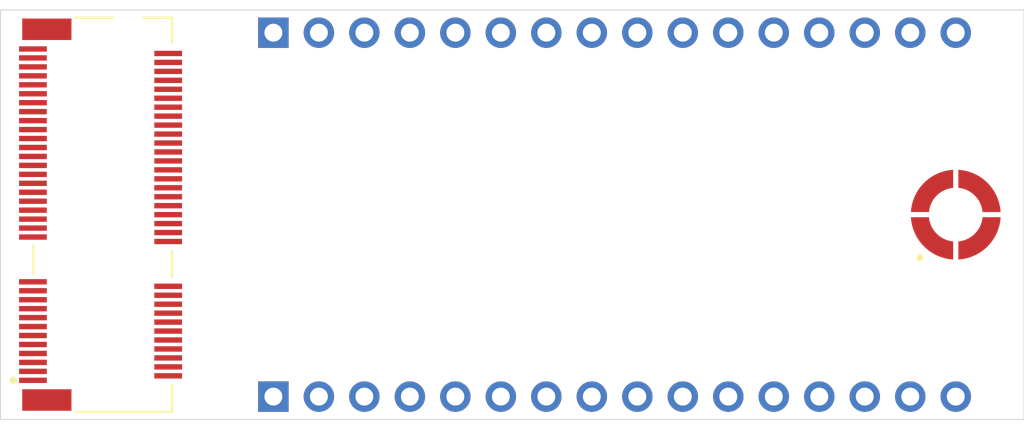
<source format=kicad_pcb>
(kicad_pcb (version 20171130) (host pcbnew 5.1.7-a382d34a8~88~ubuntu18.04.1)

  (general
    (thickness 1.6)
    (drawings 5)
    (tracks 0)
    (zones 0)
    (modules 4)
    (nets 102)
  )

  (page A4)
  (layers
    (0 F.Cu signal)
    (31 B.Cu signal)
    (32 B.Adhes user hide)
    (33 F.Adhes user hide)
    (34 B.Paste user hide)
    (35 F.Paste user hide)
    (36 B.SilkS user)
    (37 F.SilkS user)
    (38 B.Mask user hide)
    (39 F.Mask user hide)
    (40 Dwgs.User user hide)
    (41 Cmts.User user hide)
    (42 Eco1.User user hide)
    (43 Eco2.User user hide)
    (44 Edge.Cuts user)
    (45 Margin user hide)
    (46 B.CrtYd user hide)
    (47 F.CrtYd user hide)
    (48 B.Fab user hide)
    (49 F.Fab user hide)
  )

  (setup
    (last_trace_width 0.25)
    (trace_clearance 0.2)
    (zone_clearance 0.508)
    (zone_45_only no)
    (trace_min 0.2)
    (via_size 0.8)
    (via_drill 0.4)
    (via_min_size 0.4)
    (via_min_drill 0.3)
    (uvia_size 0.3)
    (uvia_drill 0.1)
    (uvias_allowed no)
    (uvia_min_size 0.2)
    (uvia_min_drill 0.1)
    (edge_width 0.05)
    (segment_width 0.2)
    (pcb_text_width 0.3)
    (pcb_text_size 1.5 1.5)
    (mod_edge_width 0.12)
    (mod_text_size 1 1)
    (mod_text_width 0.15)
    (pad_size 1.6 1.6)
    (pad_drill 1.6)
    (pad_to_mask_clearance 0)
    (aux_axis_origin 0 0)
    (grid_origin 100 100)
    (visible_elements FFFFFF7F)
    (pcbplotparams
      (layerselection 0x010fc_ffffffff)
      (usegerberextensions false)
      (usegerberattributes true)
      (usegerberadvancedattributes true)
      (creategerberjobfile true)
      (excludeedgelayer true)
      (linewidth 0.100000)
      (plotframeref false)
      (viasonmask false)
      (mode 1)
      (useauxorigin false)
      (hpglpennumber 1)
      (hpglpenspeed 20)
      (hpglpendiameter 15.000000)
      (psnegative false)
      (psa4output false)
      (plotreference true)
      (plotvalue true)
      (plotinvisibletext false)
      (padsonsilk false)
      (subtractmaskfromsilk false)
      (outputformat 1)
      (mirror false)
      (drillshape 1)
      (scaleselection 1)
      (outputdirectory ""))
  )

  (net 0 "")
  (net 1 "Net-(J1-Pad75)")
  (net 2 "Net-(J1-Pad74)")
  (net 3 "Net-(J1-Pad73)")
  (net 4 "Net-(J1-Pad72)")
  (net 5 "Net-(J1-Pad71)")
  (net 6 "Net-(J1-Pad70)")
  (net 7 "Net-(J1-Pad69)")
  (net 8 "Net-(J1-Pad68)")
  (net 9 "Net-(J1-Pad67)")
  (net 10 "Net-(J1-Pad66)")
  (net 11 "Net-(J1-Pad65)")
  (net 12 "Net-(J1-Pad64)")
  (net 13 "Net-(J1-Pad63)")
  (net 14 "Net-(J1-Pad62)")
  (net 15 "Net-(J1-Pad61)")
  (net 16 "Net-(J1-Pad60)")
  (net 17 "Net-(J1-Pad59)")
  (net 18 "Net-(J1-Pad58)")
  (net 19 "Net-(J1-Pad57)")
  (net 20 "Net-(J1-Pad56)")
  (net 21 "Net-(J1-Pad55)")
  (net 22 "Net-(J1-Pad54)")
  (net 23 "Net-(J1-Pad53)")
  (net 24 "Net-(J1-Pad52)")
  (net 25 "Net-(J1-Pad51)")
  (net 26 "Net-(J1-Pad50)")
  (net 27 "Net-(J1-Pad49)")
  (net 28 "Net-(J1-Pad48)")
  (net 29 "Net-(J1-Pad47)")
  (net 30 "Net-(J1-Pad46)")
  (net 31 "Net-(J1-Pad45)")
  (net 32 "Net-(J1-Pad44)")
  (net 33 "Net-(J1-Pad43)")
  (net 34 "Net-(J1-Pad42)")
  (net 35 "Net-(J1-Pad41)")
  (net 36 "Net-(J1-Pad40)")
  (net 37 "Net-(J1-Pad39)")
  (net 38 "Net-(J1-Pad38)")
  (net 39 "Net-(J1-Pad37)")
  (net 40 "Net-(J1-Pad36)")
  (net 41 "Net-(J1-Pad35)")
  (net 42 "Net-(J1-Pad34)")
  (net 43 "Net-(J1-Pad33)")
  (net 44 "Net-(J1-Pad32)")
  (net 45 "Net-(J1-Pad23)")
  (net 46 "Net-(J1-Pad22)")
  (net 47 "Net-(J1-Pad21)")
  (net 48 "Net-(J1-Pad20)")
  (net 49 "Net-(J1-Pad19)")
  (net 50 "Net-(J1-Pad18)")
  (net 51 "Net-(J1-Pad17)")
  (net 52 "Net-(J1-Pad16)")
  (net 53 "Net-(J1-Pad15)")
  (net 54 "Net-(J1-Pad14)")
  (net 55 "Net-(J1-PadS1)")
  (net 56 "Net-(J1-Pad13)")
  (net 57 "Net-(J1-Pad11)")
  (net 58 "Net-(J1-Pad9)")
  (net 59 "Net-(J1-Pad7)")
  (net 60 "Net-(J1-Pad5)")
  (net 61 "Net-(J1-Pad3)")
  (net 62 "Net-(J1-Pad1)")
  (net 63 "Net-(J1-Pad2)")
  (net 64 "Net-(J1-Pad4)")
  (net 65 "Net-(J1-Pad6)")
  (net 66 "Net-(J1-Pad8)")
  (net 67 "Net-(J1-Pad10)")
  (net 68 "Net-(J1-Pad12)")
  (net 69 "Net-(J2-Pad16)")
  (net 70 "Net-(J2-Pad15)")
  (net 71 "Net-(J2-Pad14)")
  (net 72 "Net-(J2-Pad13)")
  (net 73 "Net-(J2-Pad12)")
  (net 74 "Net-(J2-Pad11)")
  (net 75 "Net-(J2-Pad10)")
  (net 76 "Net-(J2-Pad9)")
  (net 77 "Net-(J2-Pad8)")
  (net 78 "Net-(J2-Pad7)")
  (net 79 "Net-(J2-Pad6)")
  (net 80 "Net-(J2-Pad5)")
  (net 81 "Net-(J2-Pad4)")
  (net 82 "Net-(J2-Pad3)")
  (net 83 "Net-(J2-Pad2)")
  (net 84 "Net-(J2-Pad1)")
  (net 85 "Net-(J3-Pad16)")
  (net 86 "Net-(J3-Pad15)")
  (net 87 "Net-(J3-Pad14)")
  (net 88 "Net-(J3-Pad13)")
  (net 89 "Net-(J3-Pad12)")
  (net 90 "Net-(J3-Pad11)")
  (net 91 "Net-(J3-Pad10)")
  (net 92 "Net-(J3-Pad9)")
  (net 93 "Net-(J3-Pad8)")
  (net 94 "Net-(J3-Pad7)")
  (net 95 "Net-(J3-Pad6)")
  (net 96 "Net-(J3-Pad5)")
  (net 97 "Net-(J3-Pad4)")
  (net 98 "Net-(J3-Pad3)")
  (net 99 "Net-(J3-Pad2)")
  (net 100 "Net-(J3-Pad1)")
  (net 101 "Net-(MP1-Pad1)")

  (net_class Default "This is the default net class."
    (clearance 0.2)
    (trace_width 0.25)
    (via_dia 0.8)
    (via_drill 0.4)
    (uvia_dia 0.3)
    (uvia_drill 0.1)
    (add_net "Net-(J1-Pad1)")
    (add_net "Net-(J1-Pad10)")
    (add_net "Net-(J1-Pad11)")
    (add_net "Net-(J1-Pad12)")
    (add_net "Net-(J1-Pad13)")
    (add_net "Net-(J1-Pad14)")
    (add_net "Net-(J1-Pad15)")
    (add_net "Net-(J1-Pad16)")
    (add_net "Net-(J1-Pad17)")
    (add_net "Net-(J1-Pad18)")
    (add_net "Net-(J1-Pad19)")
    (add_net "Net-(J1-Pad2)")
    (add_net "Net-(J1-Pad20)")
    (add_net "Net-(J1-Pad21)")
    (add_net "Net-(J1-Pad22)")
    (add_net "Net-(J1-Pad23)")
    (add_net "Net-(J1-Pad3)")
    (add_net "Net-(J1-Pad32)")
    (add_net "Net-(J1-Pad33)")
    (add_net "Net-(J1-Pad34)")
    (add_net "Net-(J1-Pad35)")
    (add_net "Net-(J1-Pad36)")
    (add_net "Net-(J1-Pad37)")
    (add_net "Net-(J1-Pad38)")
    (add_net "Net-(J1-Pad39)")
    (add_net "Net-(J1-Pad4)")
    (add_net "Net-(J1-Pad40)")
    (add_net "Net-(J1-Pad41)")
    (add_net "Net-(J1-Pad42)")
    (add_net "Net-(J1-Pad43)")
    (add_net "Net-(J1-Pad44)")
    (add_net "Net-(J1-Pad45)")
    (add_net "Net-(J1-Pad46)")
    (add_net "Net-(J1-Pad47)")
    (add_net "Net-(J1-Pad48)")
    (add_net "Net-(J1-Pad49)")
    (add_net "Net-(J1-Pad5)")
    (add_net "Net-(J1-Pad50)")
    (add_net "Net-(J1-Pad51)")
    (add_net "Net-(J1-Pad52)")
    (add_net "Net-(J1-Pad53)")
    (add_net "Net-(J1-Pad54)")
    (add_net "Net-(J1-Pad55)")
    (add_net "Net-(J1-Pad56)")
    (add_net "Net-(J1-Pad57)")
    (add_net "Net-(J1-Pad58)")
    (add_net "Net-(J1-Pad59)")
    (add_net "Net-(J1-Pad6)")
    (add_net "Net-(J1-Pad60)")
    (add_net "Net-(J1-Pad61)")
    (add_net "Net-(J1-Pad62)")
    (add_net "Net-(J1-Pad63)")
    (add_net "Net-(J1-Pad64)")
    (add_net "Net-(J1-Pad65)")
    (add_net "Net-(J1-Pad66)")
    (add_net "Net-(J1-Pad67)")
    (add_net "Net-(J1-Pad68)")
    (add_net "Net-(J1-Pad69)")
    (add_net "Net-(J1-Pad7)")
    (add_net "Net-(J1-Pad70)")
    (add_net "Net-(J1-Pad71)")
    (add_net "Net-(J1-Pad72)")
    (add_net "Net-(J1-Pad73)")
    (add_net "Net-(J1-Pad74)")
    (add_net "Net-(J1-Pad75)")
    (add_net "Net-(J1-Pad8)")
    (add_net "Net-(J1-Pad9)")
    (add_net "Net-(J1-PadS1)")
    (add_net "Net-(J2-Pad1)")
    (add_net "Net-(J2-Pad10)")
    (add_net "Net-(J2-Pad11)")
    (add_net "Net-(J2-Pad12)")
    (add_net "Net-(J2-Pad13)")
    (add_net "Net-(J2-Pad14)")
    (add_net "Net-(J2-Pad15)")
    (add_net "Net-(J2-Pad16)")
    (add_net "Net-(J2-Pad2)")
    (add_net "Net-(J2-Pad3)")
    (add_net "Net-(J2-Pad4)")
    (add_net "Net-(J2-Pad5)")
    (add_net "Net-(J2-Pad6)")
    (add_net "Net-(J2-Pad7)")
    (add_net "Net-(J2-Pad8)")
    (add_net "Net-(J2-Pad9)")
    (add_net "Net-(J3-Pad1)")
    (add_net "Net-(J3-Pad10)")
    (add_net "Net-(J3-Pad11)")
    (add_net "Net-(J3-Pad12)")
    (add_net "Net-(J3-Pad13)")
    (add_net "Net-(J3-Pad14)")
    (add_net "Net-(J3-Pad15)")
    (add_net "Net-(J3-Pad16)")
    (add_net "Net-(J3-Pad2)")
    (add_net "Net-(J3-Pad3)")
    (add_net "Net-(J3-Pad4)")
    (add_net "Net-(J3-Pad5)")
    (add_net "Net-(J3-Pad6)")
    (add_net "Net-(J3-Pad7)")
    (add_net "Net-(J3-Pad8)")
    (add_net "Net-(J3-Pad9)")
    (add_net "Net-(MP1-Pad1)")
  )

  (module Connector_PinHeader_2.54mm:PinHeader_1x16_P2.54mm_Vertical (layer B.Cu) (tedit 60046A47) (tstamp 6004C6FF)
    (at 61.9 110.16 270)
    (descr "Through hole straight pin header, 1x16, 2.54mm pitch, single row")
    (tags "Through hole pin header THT 1x16 2.54mm single row")
    (path /600545A0)
    (fp_text reference J3 (at 0 2.33 270) (layer B.SilkS) hide
      (effects (font (size 1 1) (thickness 0.15)) (justify mirror))
    )
    (fp_text value Conn_01x16_Female (at 0 -40.43 270) (layer B.Fab)
      (effects (font (size 1 1) (thickness 0.15)) (justify mirror))
    )
    (fp_text user %R (at 0 -19.05 180) (layer B.Fab)
      (effects (font (size 1 1) (thickness 0.15)) (justify mirror))
    )
    (fp_line (start -0.635 1.27) (end 1.27 1.27) (layer B.Fab) (width 0.1))
    (fp_line (start 1.27 1.27) (end 1.27 -39.37) (layer B.Fab) (width 0.1))
    (fp_line (start 1.27 -39.37) (end -1.27 -39.37) (layer B.Fab) (width 0.1))
    (fp_line (start -1.27 -39.37) (end -1.27 0.635) (layer B.Fab) (width 0.1))
    (fp_line (start -1.27 0.635) (end -0.635 1.27) (layer B.Fab) (width 0.1))
    (fp_line (start -1.8 1.8) (end -1.8 -39.9) (layer B.CrtYd) (width 0.05))
    (fp_line (start -1.8 -39.9) (end 1.8 -39.9) (layer B.CrtYd) (width 0.05))
    (fp_line (start 1.8 -39.9) (end 1.8 1.8) (layer B.CrtYd) (width 0.05))
    (fp_line (start 1.8 1.8) (end -1.8 1.8) (layer B.CrtYd) (width 0.05))
    (pad 16 thru_hole oval (at 0 -38.1 270) (size 1.7 1.7) (drill 1) (layers *.Cu *.Mask)
      (net 85 "Net-(J3-Pad16)"))
    (pad 15 thru_hole oval (at 0 -35.56 270) (size 1.7 1.7) (drill 1) (layers *.Cu *.Mask)
      (net 86 "Net-(J3-Pad15)"))
    (pad 14 thru_hole oval (at 0 -33.02 270) (size 1.7 1.7) (drill 1) (layers *.Cu *.Mask)
      (net 87 "Net-(J3-Pad14)"))
    (pad 13 thru_hole oval (at 0 -30.48 270) (size 1.7 1.7) (drill 1) (layers *.Cu *.Mask)
      (net 88 "Net-(J3-Pad13)"))
    (pad 12 thru_hole oval (at 0 -27.94 270) (size 1.7 1.7) (drill 1) (layers *.Cu *.Mask)
      (net 89 "Net-(J3-Pad12)"))
    (pad 11 thru_hole oval (at 0 -25.4 270) (size 1.7 1.7) (drill 1) (layers *.Cu *.Mask)
      (net 90 "Net-(J3-Pad11)"))
    (pad 10 thru_hole oval (at 0 -22.86 270) (size 1.7 1.7) (drill 1) (layers *.Cu *.Mask)
      (net 91 "Net-(J3-Pad10)"))
    (pad 9 thru_hole oval (at 0 -20.32 270) (size 1.7 1.7) (drill 1) (layers *.Cu *.Mask)
      (net 92 "Net-(J3-Pad9)"))
    (pad 8 thru_hole oval (at 0 -17.78 270) (size 1.7 1.7) (drill 1) (layers *.Cu *.Mask)
      (net 93 "Net-(J3-Pad8)"))
    (pad 7 thru_hole oval (at 0 -15.24 270) (size 1.7 1.7) (drill 1) (layers *.Cu *.Mask)
      (net 94 "Net-(J3-Pad7)"))
    (pad 6 thru_hole oval (at 0 -12.7 270) (size 1.7 1.7) (drill 1) (layers *.Cu *.Mask)
      (net 95 "Net-(J3-Pad6)"))
    (pad 5 thru_hole oval (at 0 -10.16 270) (size 1.7 1.7) (drill 1) (layers *.Cu *.Mask)
      (net 96 "Net-(J3-Pad5)"))
    (pad 4 thru_hole oval (at 0 -7.62 270) (size 1.7 1.7) (drill 1) (layers *.Cu *.Mask)
      (net 97 "Net-(J3-Pad4)"))
    (pad 3 thru_hole oval (at 0 -5.08 270) (size 1.7 1.7) (drill 1) (layers *.Cu *.Mask)
      (net 98 "Net-(J3-Pad3)"))
    (pad 2 thru_hole oval (at 0 -2.54 270) (size 1.7 1.7) (drill 1) (layers *.Cu *.Mask)
      (net 99 "Net-(J3-Pad2)"))
    (pad 1 thru_hole rect (at 0 0 270) (size 1.7 1.7) (drill 1) (layers *.Cu *.Mask)
      (net 100 "Net-(J3-Pad1)"))
    (model ${KISYS3DMOD}/Connector_PinHeader_2.54mm.3dshapes/PinHeader_1x16_P2.54mm_Vertical.wrl
      (at (xyz 0 0 0))
      (scale (xyz 1 1 1))
      (rotate (xyz 0 0 0))
    )
  )

  (module Connector_PinHeader_2.54mm:PinHeader_1x16_P2.54mm_Vertical (layer B.Cu) (tedit 60046A31) (tstamp 6004C6DB)
    (at 61.9 89.84 270)
    (descr "Through hole straight pin header, 1x16, 2.54mm pitch, single row")
    (tags "Through hole pin header THT 1x16 2.54mm single row")
    (path /6004B09D)
    (fp_text reference J2 (at 0 2.33 270) (layer B.SilkS) hide
      (effects (font (size 1 1) (thickness 0.15)) (justify mirror))
    )
    (fp_text value Conn_01x16_Female (at 0 -40.43 270) (layer B.Fab)
      (effects (font (size 1 1) (thickness 0.15)) (justify mirror))
    )
    (fp_text user %R (at 0 -19.05 180) (layer B.Fab)
      (effects (font (size 1 1) (thickness 0.15)) (justify mirror))
    )
    (fp_line (start -0.635 1.27) (end 1.27 1.27) (layer B.Fab) (width 0.1))
    (fp_line (start 1.27 1.27) (end 1.27 -39.37) (layer B.Fab) (width 0.1))
    (fp_line (start 1.27 -39.37) (end -1.27 -39.37) (layer B.Fab) (width 0.1))
    (fp_line (start -1.27 -39.37) (end -1.27 0.635) (layer B.Fab) (width 0.1))
    (fp_line (start -1.27 0.635) (end -0.635 1.27) (layer B.Fab) (width 0.1))
    (fp_line (start -1.8 1.8) (end -1.8 -39.9) (layer B.CrtYd) (width 0.05))
    (fp_line (start -1.8 -39.9) (end 1.8 -39.9) (layer B.CrtYd) (width 0.05))
    (fp_line (start 1.8 -39.9) (end 1.8 1.8) (layer B.CrtYd) (width 0.05))
    (fp_line (start 1.8 1.8) (end -1.8 1.8) (layer B.CrtYd) (width 0.05))
    (pad 16 thru_hole oval (at 0 -38.1 270) (size 1.7 1.7) (drill 1) (layers *.Cu *.Mask)
      (net 69 "Net-(J2-Pad16)"))
    (pad 15 thru_hole oval (at 0 -35.56 270) (size 1.7 1.7) (drill 1) (layers *.Cu *.Mask)
      (net 70 "Net-(J2-Pad15)"))
    (pad 14 thru_hole oval (at 0 -33.02 270) (size 1.7 1.7) (drill 1) (layers *.Cu *.Mask)
      (net 71 "Net-(J2-Pad14)"))
    (pad 13 thru_hole oval (at 0 -30.48 270) (size 1.7 1.7) (drill 1) (layers *.Cu *.Mask)
      (net 72 "Net-(J2-Pad13)"))
    (pad 12 thru_hole oval (at 0 -27.94 270) (size 1.7 1.7) (drill 1) (layers *.Cu *.Mask)
      (net 73 "Net-(J2-Pad12)"))
    (pad 11 thru_hole oval (at 0 -25.4 270) (size 1.7 1.7) (drill 1) (layers *.Cu *.Mask)
      (net 74 "Net-(J2-Pad11)"))
    (pad 10 thru_hole oval (at 0 -22.86 270) (size 1.7 1.7) (drill 1) (layers *.Cu *.Mask)
      (net 75 "Net-(J2-Pad10)"))
    (pad 9 thru_hole oval (at 0 -20.32 270) (size 1.7 1.7) (drill 1) (layers *.Cu *.Mask)
      (net 76 "Net-(J2-Pad9)"))
    (pad 8 thru_hole oval (at 0 -17.78 270) (size 1.7 1.7) (drill 1) (layers *.Cu *.Mask)
      (net 77 "Net-(J2-Pad8)"))
    (pad 7 thru_hole oval (at 0 -15.24 270) (size 1.7 1.7) (drill 1) (layers *.Cu *.Mask)
      (net 78 "Net-(J2-Pad7)"))
    (pad 6 thru_hole oval (at 0 -12.7 270) (size 1.7 1.7) (drill 1) (layers *.Cu *.Mask)
      (net 79 "Net-(J2-Pad6)"))
    (pad 5 thru_hole oval (at 0 -10.16 270) (size 1.7 1.7) (drill 1) (layers *.Cu *.Mask)
      (net 80 "Net-(J2-Pad5)"))
    (pad 4 thru_hole oval (at 0 -7.62 270) (size 1.7 1.7) (drill 1) (layers *.Cu *.Mask)
      (net 81 "Net-(J2-Pad4)"))
    (pad 3 thru_hole oval (at 0 -5.08 270) (size 1.7 1.7) (drill 1) (layers *.Cu *.Mask)
      (net 82 "Net-(J2-Pad3)"))
    (pad 2 thru_hole oval (at 0 -2.54 270) (size 1.7 1.7) (drill 1) (layers *.Cu *.Mask)
      (net 83 "Net-(J2-Pad2)"))
    (pad 1 thru_hole rect (at 0 0 270) (size 1.7 1.7) (drill 1) (layers *.Cu *.Mask)
      (net 84 "Net-(J2-Pad1)"))
    (model ${KISYS3DMOD}/Connector_PinHeader_2.54mm.3dshapes/PinHeader_1x16_P2.54mm_Vertical.wrl
      (at (xyz 0 0 0))
      (scale (xyz 1 1 1))
      (rotate (xyz 0 0 0))
    )
  )

  (module SM3ZS067U410-NUT1-R1200:JAE_SM3ZS067U410-NUT1-R1200 (layer F.Cu) (tedit 60045DBB) (tstamp 6004C718)
    (at 100 100 90)
    (path /6004F846)
    (fp_text reference MP1 (at 0.92408 -3.63582 90) (layer F.SilkS) hide
      (effects (font (size 1 1) (thickness 0.015)))
    )
    (fp_text value SM3ZS067U410-NUT1-R1200 (at 14.89216 3.6191 90) (layer F.Fab)
      (effects (font (size 1 1) (thickness 0.015)))
    )
    (fp_circle (center -2.4 -2) (end -2.3 -2) (layer F.SilkS) (width 0.2))
    (fp_circle (center -2.4 -2) (end -2.3 -2) (layer F.Fab) (width 0.2))
    (fp_poly (pts (xy -1.5 -0.15) (xy -2.5 -0.15) (xy -2.491986 -0.248879) (xy -2.476916 -0.369019)
      (xy -2.456063 -0.488293) (xy -2.429478 -0.60642) (xy -2.397222 -0.723127) (xy -2.359371 -0.838141)
      (xy -2.316012 -0.951193) (xy -2.267246 -1.062021) (xy -2.213188 -1.170366) (xy -2.153963 -1.275975)
      (xy -2.08971 -1.378603) (xy -2.020578 -1.478009) (xy -1.946728 -1.573963) (xy -1.868333 -1.66624)
      (xy -1.785575 -1.754626) (xy -1.698647 -1.838914) (xy -1.607752 -1.918907) (xy -1.513102 -1.994421)
      (xy -1.414917 -2.065277) (xy -1.313426 -2.131312) (xy -1.208867 -2.192371) (xy -1.101482 -2.248312)
      (xy -0.991522 -2.299004) (xy -0.879243 -2.344329) (xy -0.764908 -2.384182) (xy -0.648782 -2.41847)
      (xy -0.531136 -2.447113) (xy -0.412245 -2.470044) (xy -0.292386 -2.487209) (xy -0.15 -2.5)
      (xy -0.15 -1.5) (xy -0.231438 -1.489904) (xy -0.299369 -1.477987) (xy -0.366682 -1.462962)
      (xy -0.433233 -1.44486) (xy -0.498881 -1.423719) (xy -0.56349 -1.399584) (xy -0.626921 -1.372507)
      (xy -0.689041 -1.342544) (xy -0.749719 -1.309758) (xy -0.808826 -1.274219) (xy -0.866239 -1.236002)
      (xy -0.921835 -1.195188) (xy -0.975497 -1.151862) (xy -1.027111 -1.106117) (xy -1.07657 -1.058049)
      (xy -1.123768 -1.007759) (xy -1.168605 -0.955354) (xy -1.210988 -0.900944) (xy -1.250825 -0.844644)
      (xy -1.288034 -0.786574) (xy -1.322536 -0.726855) (xy -1.354258 -0.665614) (xy -1.383132 -0.60298)
      (xy -1.409099 -0.539086) (xy -1.432102 -0.474067) (xy -1.452094 -0.408059) (xy -1.469032 -0.341202)
      (xy -1.48288 -0.273638) (xy -1.49361 -0.205509) (xy -1.5 -0.15)) (layer F.Cu) (width 0.01))
    (fp_poly (pts (xy -1.4 -0.05) (xy -2.6 -0.05) (xy -2.594479 -0.171981) (xy -2.581917 -0.304869)
      (xy -2.562572 -0.436939) (xy -2.536493 -0.567847) (xy -2.503749 -0.697249) (xy -2.464426 -0.824805)
      (xy -2.418628 -0.950182) (xy -2.366473 -1.073051) (xy -2.308099 -1.19309) (xy -2.243658 -1.309984)
      (xy -2.17332 -1.423428) (xy -2.097269 -1.533124) (xy -2.015704 -1.638784) (xy -1.928838 -1.740131)
      (xy -1.836901 -1.836901) (xy -1.740131 -1.928838) (xy -1.638784 -2.015704) (xy -1.533124 -2.097269)
      (xy -1.423428 -2.17332) (xy -1.309984 -2.243658) (xy -1.19309 -2.308099) (xy -1.073051 -2.366473)
      (xy -0.950182 -2.418628) (xy -0.824805 -2.464426) (xy -0.697249 -2.503749) (xy -0.567847 -2.536493)
      (xy -0.436939 -2.562572) (xy -0.304869 -2.581917) (xy -0.171981 -2.594479) (xy -0.05 -2.6)
      (xy -0.05 -1.4) (xy -0.114095 -1.396014) (xy -0.184024 -1.388294) (xy -0.253479 -1.377086)
      (xy -0.322287 -1.362419) (xy -0.390275 -1.344329) (xy -0.457273 -1.322861) (xy -0.523113 -1.298069)
      (xy -0.587632 -1.270016) (xy -0.650666 -1.238771) (xy -0.71206 -1.204413) (xy -0.771657 -1.167027)
      (xy -0.829311 -1.126707) (xy -0.884876 -1.083555) (xy -0.938214 -1.037677) (xy -0.98919 -0.98919)
      (xy -1.037677 -0.938214) (xy -1.083555 -0.884876) (xy -1.126707 -0.829311) (xy -1.167027 -0.771657)
      (xy -1.204413 -0.71206) (xy -1.238771 -0.650666) (xy -1.270016 -0.587632) (xy -1.298069 -0.523113)
      (xy -1.322861 -0.457273) (xy -1.344329 -0.390275) (xy -1.362419 -0.322287) (xy -1.377086 -0.253479)
      (xy -1.388294 -0.184024) (xy -1.396014 -0.114095) (xy -1.4 -0.05)) (layer F.Mask) (width 0.01))
    (fp_poly (pts (xy -1.5 -0.15) (xy -2.5 -0.15) (xy -2.491986 -0.248879) (xy -2.476916 -0.369019)
      (xy -2.456063 -0.488293) (xy -2.429478 -0.60642) (xy -2.397222 -0.723127) (xy -2.359371 -0.838141)
      (xy -2.316012 -0.951193) (xy -2.267246 -1.062021) (xy -2.213188 -1.170366) (xy -2.153963 -1.275975)
      (xy -2.08971 -1.378603) (xy -2.020578 -1.478009) (xy -1.946728 -1.573963) (xy -1.868333 -1.66624)
      (xy -1.785575 -1.754626) (xy -1.698647 -1.838914) (xy -1.607752 -1.918907) (xy -1.513102 -1.994421)
      (xy -1.414917 -2.065277) (xy -1.313426 -2.131312) (xy -1.208867 -2.192371) (xy -1.101482 -2.248312)
      (xy -0.991522 -2.299004) (xy -0.879243 -2.344329) (xy -0.764908 -2.384182) (xy -0.648782 -2.41847)
      (xy -0.531136 -2.447113) (xy -0.412245 -2.470044) (xy -0.292386 -2.487209) (xy -0.15 -2.5)
      (xy -0.15 -1.5) (xy -0.231438 -1.489904) (xy -0.299369 -1.477987) (xy -0.366682 -1.462962)
      (xy -0.433233 -1.44486) (xy -0.498881 -1.423719) (xy -0.56349 -1.399584) (xy -0.626921 -1.372507)
      (xy -0.689041 -1.342544) (xy -0.749719 -1.309758) (xy -0.808826 -1.274219) (xy -0.866239 -1.236002)
      (xy -0.921835 -1.195188) (xy -0.975497 -1.151862) (xy -1.027111 -1.106117) (xy -1.07657 -1.058049)
      (xy -1.123768 -1.007759) (xy -1.168605 -0.955354) (xy -1.210988 -0.900944) (xy -1.250825 -0.844644)
      (xy -1.288034 -0.786574) (xy -1.322536 -0.726855) (xy -1.354258 -0.665614) (xy -1.383132 -0.60298)
      (xy -1.409099 -0.539086) (xy -1.432102 -0.474067) (xy -1.452094 -0.408059) (xy -1.469032 -0.341202)
      (xy -1.48288 -0.273638) (xy -1.49361 -0.205509) (xy -1.5 -0.15)) (layer F.Paste) (width 0.01))
    (fp_poly (pts (xy -0.15 1.5) (xy -0.15 2.5) (xy -0.292386 2.487209) (xy -0.412245 2.470044)
      (xy -0.531136 2.447113) (xy -0.648782 2.41847) (xy -0.764908 2.384182) (xy -0.879243 2.344329)
      (xy -0.991522 2.299004) (xy -1.101482 2.248312) (xy -1.208867 2.192371) (xy -1.313426 2.131312)
      (xy -1.414917 2.065277) (xy -1.513102 1.994421) (xy -1.607752 1.918907) (xy -1.698647 1.838914)
      (xy -1.785575 1.754626) (xy -1.868333 1.66624) (xy -1.946728 1.573963) (xy -2.020578 1.478009)
      (xy -2.08971 1.378603) (xy -2.153963 1.275975) (xy -2.213188 1.170366) (xy -2.267246 1.062021)
      (xy -2.316012 0.951193) (xy -2.359371 0.838141) (xy -2.397222 0.723127) (xy -2.429478 0.60642)
      (xy -2.456063 0.488293) (xy -2.476916 0.369019) (xy -2.491986 0.248879) (xy -2.5 0.15)
      (xy -1.5 0.15) (xy -1.49361 0.205509) (xy -1.48288 0.273638) (xy -1.469032 0.341202)
      (xy -1.452094 0.408059) (xy -1.432102 0.474067) (xy -1.409099 0.539086) (xy -1.383132 0.60298)
      (xy -1.354258 0.665614) (xy -1.322536 0.726855) (xy -1.288034 0.786574) (xy -1.250825 0.844644)
      (xy -1.210988 0.900944) (xy -1.168605 0.955354) (xy -1.123768 1.007759) (xy -1.07657 1.058049)
      (xy -1.027111 1.106117) (xy -0.975497 1.151862) (xy -0.921835 1.195188) (xy -0.866239 1.236002)
      (xy -0.808826 1.274219) (xy -0.749719 1.309758) (xy -0.689041 1.342544) (xy -0.626921 1.372507)
      (xy -0.56349 1.399584) (xy -0.498881 1.423719) (xy -0.433233 1.44486) (xy -0.366682 1.462962)
      (xy -0.299369 1.477987) (xy -0.231438 1.489904) (xy -0.15 1.5)) (layer F.Cu) (width 0.01))
    (fp_poly (pts (xy -0.05 1.4) (xy -0.05 2.6) (xy -0.171981 2.594479) (xy -0.304869 2.581917)
      (xy -0.436939 2.562572) (xy -0.567847 2.536493) (xy -0.697249 2.503749) (xy -0.824805 2.464426)
      (xy -0.950182 2.418628) (xy -1.073051 2.366473) (xy -1.19309 2.308099) (xy -1.309984 2.243658)
      (xy -1.423428 2.17332) (xy -1.533124 2.097269) (xy -1.638784 2.015704) (xy -1.740131 1.928838)
      (xy -1.836901 1.836901) (xy -1.928838 1.740131) (xy -2.015704 1.638784) (xy -2.097269 1.533124)
      (xy -2.17332 1.423428) (xy -2.243658 1.309984) (xy -2.308099 1.19309) (xy -2.366473 1.073051)
      (xy -2.418628 0.950182) (xy -2.464426 0.824805) (xy -2.503749 0.697249) (xy -2.536493 0.567847)
      (xy -2.562572 0.436939) (xy -2.581917 0.304869) (xy -2.594479 0.171981) (xy -2.6 0.05)
      (xy -1.4 0.05) (xy -1.396014 0.114095) (xy -1.388294 0.184024) (xy -1.377086 0.253479)
      (xy -1.362419 0.322287) (xy -1.344329 0.390275) (xy -1.322861 0.457273) (xy -1.298069 0.523113)
      (xy -1.270016 0.587632) (xy -1.238771 0.650666) (xy -1.204413 0.71206) (xy -1.167027 0.771657)
      (xy -1.126707 0.829311) (xy -1.083555 0.884876) (xy -1.037677 0.938214) (xy -0.98919 0.98919)
      (xy -0.938214 1.037677) (xy -0.884876 1.083555) (xy -0.829311 1.126707) (xy -0.771657 1.167027)
      (xy -0.71206 1.204413) (xy -0.650666 1.238771) (xy -0.587632 1.270016) (xy -0.523113 1.298069)
      (xy -0.457273 1.322861) (xy -0.390275 1.344329) (xy -0.322287 1.362419) (xy -0.253479 1.377086)
      (xy -0.184024 1.388294) (xy -0.114095 1.396014) (xy -0.05 1.4)) (layer F.Mask) (width 0.01))
    (fp_poly (pts (xy -0.15 1.5) (xy -0.15 2.5) (xy -0.292386 2.487209) (xy -0.412245 2.470044)
      (xy -0.531136 2.447113) (xy -0.648782 2.41847) (xy -0.764908 2.384182) (xy -0.879243 2.344329)
      (xy -0.991522 2.299004) (xy -1.101482 2.248312) (xy -1.208867 2.192371) (xy -1.313426 2.131312)
      (xy -1.414917 2.065277) (xy -1.513102 1.994421) (xy -1.607752 1.918907) (xy -1.698647 1.838914)
      (xy -1.785575 1.754626) (xy -1.868333 1.66624) (xy -1.946728 1.573963) (xy -2.020578 1.478009)
      (xy -2.08971 1.378603) (xy -2.153963 1.275975) (xy -2.213188 1.170366) (xy -2.267246 1.062021)
      (xy -2.316012 0.951193) (xy -2.359371 0.838141) (xy -2.397222 0.723127) (xy -2.429478 0.60642)
      (xy -2.456063 0.488293) (xy -2.476916 0.369019) (xy -2.491986 0.248879) (xy -2.5 0.15)
      (xy -1.5 0.15) (xy -1.49361 0.205509) (xy -1.48288 0.273638) (xy -1.469032 0.341202)
      (xy -1.452094 0.408059) (xy -1.432102 0.474067) (xy -1.409099 0.539086) (xy -1.383132 0.60298)
      (xy -1.354258 0.665614) (xy -1.322536 0.726855) (xy -1.288034 0.786574) (xy -1.250825 0.844644)
      (xy -1.210988 0.900944) (xy -1.168605 0.955354) (xy -1.123768 1.007759) (xy -1.07657 1.058049)
      (xy -1.027111 1.106117) (xy -0.975497 1.151862) (xy -0.921835 1.195188) (xy -0.866239 1.236002)
      (xy -0.808826 1.274219) (xy -0.749719 1.309758) (xy -0.689041 1.342544) (xy -0.626921 1.372507)
      (xy -0.56349 1.399584) (xy -0.498881 1.423719) (xy -0.433233 1.44486) (xy -0.366682 1.462962)
      (xy -0.299369 1.477987) (xy -0.231438 1.489904) (xy -0.15 1.5)) (layer F.Paste) (width 0.01))
    (fp_poly (pts (xy 1.5 0.15) (xy 2.5 0.15) (xy 2.491839 0.25033) (xy 2.476481 0.371905)
      (xy 2.455202 0.492584) (xy 2.428053 0.612079) (xy 2.3951 0.730106) (xy 2.35642 0.846382)
      (xy 2.312106 0.96063) (xy 2.262264 1.072576) (xy 2.207013 1.181954) (xy 2.146485 1.288503)
      (xy 2.080825 1.391967) (xy 2.010188 1.492101) (xy 1.934745 1.588664) (xy 1.854674 1.681427)
      (xy 1.770168 1.770168) (xy 1.681427 1.854674) (xy 1.588664 1.934745) (xy 1.492101 2.010188)
      (xy 1.391967 2.080825) (xy 1.288503 2.146485) (xy 1.181954 2.207013) (xy 1.072576 2.262264)
      (xy 0.96063 2.312106) (xy 0.846382 2.35642) (xy 0.730106 2.3951) (xy 0.612079 2.428053)
      (xy 0.492584 2.455202) (xy 0.371905 2.476481) (xy 0.25033 2.491839) (xy 0.15 2.5)
      (xy 0.15 1.5) (xy 0.206374 1.493494) (xy 0.275356 1.482568) (xy 0.343755 1.468445)
      (xy 0.411422 1.451155) (xy 0.478212 1.430735) (xy 0.54398 1.40723) (xy 0.608583 1.380691)
      (xy 0.671881 1.351174) (xy 0.733737 1.318745) (xy 0.794018 1.283473) (xy 0.852592 1.245434)
      (xy 0.909333 1.204711) (xy 0.964118 1.161393) (xy 1.016828 1.115573) (xy 1.06735 1.06735)
      (xy 1.115573 1.016828) (xy 1.161393 0.964118) (xy 1.204711 0.909333) (xy 1.245434 0.852592)
      (xy 1.283473 0.794018) (xy 1.318745 0.733737) (xy 1.351174 0.671881) (xy 1.380691 0.608583)
      (xy 1.40723 0.54398) (xy 1.430735 0.478212) (xy 1.451155 0.411422) (xy 1.468445 0.343755)
      (xy 1.482568 0.275356) (xy 1.493494 0.206374) (xy 1.5 0.15)) (layer F.Cu) (width 0.01))
    (fp_poly (pts (xy 1.4 0.05) (xy 2.6 0.05) (xy 2.594479 0.171981) (xy 2.581917 0.304869)
      (xy 2.562572 0.436939) (xy 2.536493 0.567847) (xy 2.503749 0.697249) (xy 2.464426 0.824805)
      (xy 2.418628 0.950182) (xy 2.366473 1.073051) (xy 2.308099 1.19309) (xy 2.243658 1.309984)
      (xy 2.17332 1.423428) (xy 2.097269 1.533124) (xy 2.015704 1.638784) (xy 1.928838 1.740131)
      (xy 1.836901 1.836901) (xy 1.740131 1.928838) (xy 1.638784 2.015704) (xy 1.533124 2.097269)
      (xy 1.423428 2.17332) (xy 1.309984 2.243658) (xy 1.19309 2.308099) (xy 1.073051 2.366473)
      (xy 0.950182 2.418628) (xy 0.824805 2.464426) (xy 0.697249 2.503749) (xy 0.567847 2.536493)
      (xy 0.436939 2.562572) (xy 0.304869 2.581917) (xy 0.171981 2.594479) (xy 0.05 2.6)
      (xy 0.05 1.4) (xy 0.114095 1.396014) (xy 0.184024 1.388294) (xy 0.253479 1.377086)
      (xy 0.322287 1.362419) (xy 0.390275 1.344329) (xy 0.457273 1.322861) (xy 0.523113 1.298069)
      (xy 0.587632 1.270016) (xy 0.650666 1.238771) (xy 0.71206 1.204413) (xy 0.771657 1.167027)
      (xy 0.829311 1.126707) (xy 0.884876 1.083555) (xy 0.938214 1.037677) (xy 0.98919 0.98919)
      (xy 1.037677 0.938214) (xy 1.083555 0.884876) (xy 1.126707 0.829311) (xy 1.167027 0.771657)
      (xy 1.204413 0.71206) (xy 1.238771 0.650666) (xy 1.270016 0.587632) (xy 1.298069 0.523113)
      (xy 1.322861 0.457273) (xy 1.344329 0.390275) (xy 1.362419 0.322287) (xy 1.377086 0.253479)
      (xy 1.388294 0.184024) (xy 1.396014 0.114095) (xy 1.4 0.05)) (layer F.Mask) (width 0.01))
    (fp_poly (pts (xy 1.5 0.15) (xy 2.5 0.15) (xy 2.491839 0.25033) (xy 2.476481 0.371905)
      (xy 2.455202 0.492584) (xy 2.428053 0.612079) (xy 2.3951 0.730106) (xy 2.35642 0.846382)
      (xy 2.312106 0.96063) (xy 2.262264 1.072576) (xy 2.207013 1.181954) (xy 2.146485 1.288503)
      (xy 2.080825 1.391967) (xy 2.010188 1.492101) (xy 1.934745 1.588664) (xy 1.854674 1.681427)
      (xy 1.770168 1.770168) (xy 1.681427 1.854674) (xy 1.588664 1.934745) (xy 1.492101 2.010188)
      (xy 1.391967 2.080825) (xy 1.288503 2.146485) (xy 1.181954 2.207013) (xy 1.072576 2.262264)
      (xy 0.96063 2.312106) (xy 0.846382 2.35642) (xy 0.730106 2.3951) (xy 0.612079 2.428053)
      (xy 0.492584 2.455202) (xy 0.371905 2.476481) (xy 0.25033 2.491839) (xy 0.15 2.5)
      (xy 0.15 1.5) (xy 0.206374 1.493494) (xy 0.275356 1.482568) (xy 0.343755 1.468445)
      (xy 0.411422 1.451155) (xy 0.478212 1.430735) (xy 0.54398 1.40723) (xy 0.608583 1.380691)
      (xy 0.671881 1.351174) (xy 0.733737 1.318745) (xy 0.794018 1.283473) (xy 0.852592 1.245434)
      (xy 0.909333 1.204711) (xy 0.964118 1.161393) (xy 1.016828 1.115573) (xy 1.06735 1.06735)
      (xy 1.115573 1.016828) (xy 1.161393 0.964118) (xy 1.204711 0.909333) (xy 1.245434 0.852592)
      (xy 1.283473 0.794018) (xy 1.318745 0.733737) (xy 1.351174 0.671881) (xy 1.380691 0.608583)
      (xy 1.40723 0.54398) (xy 1.430735 0.478212) (xy 1.451155 0.411422) (xy 1.468445 0.343755)
      (xy 1.482568 0.275356) (xy 1.493494 0.206374) (xy 1.5 0.15)) (layer F.Paste) (width 0.01))
    (fp_poly (pts (xy 0.15 -1.5) (xy 0.15 -2.5) (xy 0.25033 -2.491839) (xy 0.371905 -2.476481)
      (xy 0.492584 -2.455202) (xy 0.612079 -2.428053) (xy 0.730106 -2.3951) (xy 0.846382 -2.35642)
      (xy 0.96063 -2.312106) (xy 1.072576 -2.262264) (xy 1.181954 -2.207013) (xy 1.288503 -2.146485)
      (xy 1.391967 -2.080825) (xy 1.492101 -2.010188) (xy 1.588664 -1.934745) (xy 1.681427 -1.854674)
      (xy 1.770168 -1.770168) (xy 1.854674 -1.681427) (xy 1.934745 -1.588664) (xy 2.010188 -1.492101)
      (xy 2.080825 -1.391967) (xy 2.146485 -1.288503) (xy 2.207013 -1.181954) (xy 2.262264 -1.072576)
      (xy 2.312106 -0.96063) (xy 2.35642 -0.846382) (xy 2.3951 -0.730106) (xy 2.428053 -0.612079)
      (xy 2.455202 -0.492584) (xy 2.476481 -0.371905) (xy 2.491839 -0.25033) (xy 2.5 -0.15)
      (xy 1.5 -0.15) (xy 1.493494 -0.206374) (xy 1.482568 -0.275356) (xy 1.468445 -0.343755)
      (xy 1.451155 -0.411422) (xy 1.430735 -0.478212) (xy 1.40723 -0.54398) (xy 1.380691 -0.608583)
      (xy 1.351174 -0.671881) (xy 1.318745 -0.733737) (xy 1.283473 -0.794018) (xy 1.245434 -0.852592)
      (xy 1.204711 -0.909333) (xy 1.161393 -0.964118) (xy 1.115573 -1.016828) (xy 1.06735 -1.06735)
      (xy 1.016828 -1.115573) (xy 0.964118 -1.161393) (xy 0.909333 -1.204711) (xy 0.852592 -1.245434)
      (xy 0.794018 -1.283473) (xy 0.733737 -1.318745) (xy 0.671881 -1.351174) (xy 0.608583 -1.380691)
      (xy 0.54398 -1.40723) (xy 0.478212 -1.430735) (xy 0.411422 -1.451155) (xy 0.343755 -1.468445)
      (xy 0.275356 -1.482568) (xy 0.206374 -1.493494) (xy 0.15 -1.5)) (layer F.Cu) (width 0.01))
    (fp_poly (pts (xy 0.05 -1.4) (xy 0.05 -2.6) (xy 0.171981 -2.594479) (xy 0.304869 -2.581917)
      (xy 0.436939 -2.562572) (xy 0.567847 -2.536493) (xy 0.697249 -2.503749) (xy 0.824805 -2.464426)
      (xy 0.950182 -2.418628) (xy 1.073051 -2.366473) (xy 1.19309 -2.308099) (xy 1.309984 -2.243658)
      (xy 1.423428 -2.17332) (xy 1.533124 -2.097269) (xy 1.638784 -2.015704) (xy 1.740131 -1.928838)
      (xy 1.836901 -1.836901) (xy 1.928838 -1.740131) (xy 2.015704 -1.638784) (xy 2.097269 -1.533124)
      (xy 2.17332 -1.423428) (xy 2.243658 -1.309984) (xy 2.308099 -1.19309) (xy 2.366473 -1.073051)
      (xy 2.418628 -0.950182) (xy 2.464426 -0.824805) (xy 2.503749 -0.697249) (xy 2.536493 -0.567847)
      (xy 2.562572 -0.436939) (xy 2.581917 -0.304869) (xy 2.594479 -0.171981) (xy 2.6 -0.05)
      (xy 1.4 -0.05) (xy 1.396014 -0.114095) (xy 1.388294 -0.184024) (xy 1.377086 -0.253479)
      (xy 1.362419 -0.322287) (xy 1.344329 -0.390275) (xy 1.322861 -0.457273) (xy 1.298069 -0.523113)
      (xy 1.270016 -0.587632) (xy 1.238771 -0.650666) (xy 1.204413 -0.71206) (xy 1.167027 -0.771657)
      (xy 1.126707 -0.829311) (xy 1.083555 -0.884876) (xy 1.037677 -0.938214) (xy 0.98919 -0.98919)
      (xy 0.938214 -1.037677) (xy 0.884876 -1.083555) (xy 0.829311 -1.126707) (xy 0.771657 -1.167027)
      (xy 0.71206 -1.204413) (xy 0.650666 -1.238771) (xy 0.587632 -1.270016) (xy 0.523113 -1.298069)
      (xy 0.457273 -1.322861) (xy 0.390275 -1.344329) (xy 0.322287 -1.362419) (xy 0.253479 -1.377086)
      (xy 0.184024 -1.388294) (xy 0.114095 -1.396014) (xy 0.05 -1.4)) (layer F.Mask) (width 0.01))
    (fp_poly (pts (xy 0.15 -1.5) (xy 0.15 -2.5) (xy 0.25033 -2.491839) (xy 0.371905 -2.476481)
      (xy 0.492584 -2.455202) (xy 0.612079 -2.428053) (xy 0.730106 -2.3951) (xy 0.846382 -2.35642)
      (xy 0.96063 -2.312106) (xy 1.072576 -2.262264) (xy 1.181954 -2.207013) (xy 1.288503 -2.146485)
      (xy 1.391967 -2.080825) (xy 1.492101 -2.010188) (xy 1.588664 -1.934745) (xy 1.681427 -1.854674)
      (xy 1.770168 -1.770168) (xy 1.854674 -1.681427) (xy 1.934745 -1.588664) (xy 2.010188 -1.492101)
      (xy 2.080825 -1.391967) (xy 2.146485 -1.288503) (xy 2.207013 -1.181954) (xy 2.262264 -1.072576)
      (xy 2.312106 -0.96063) (xy 2.35642 -0.846382) (xy 2.3951 -0.730106) (xy 2.428053 -0.612079)
      (xy 2.455202 -0.492584) (xy 2.476481 -0.371905) (xy 2.491839 -0.25033) (xy 2.5 -0.15)
      (xy 1.5 -0.15) (xy 1.493494 -0.206374) (xy 1.482568 -0.275356) (xy 1.468445 -0.343755)
      (xy 1.451155 -0.411422) (xy 1.430735 -0.478212) (xy 1.40723 -0.54398) (xy 1.380691 -0.608583)
      (xy 1.351174 -0.671881) (xy 1.318745 -0.733737) (xy 1.283473 -0.794018) (xy 1.245434 -0.852592)
      (xy 1.204711 -0.909333) (xy 1.161393 -0.964118) (xy 1.115573 -1.016828) (xy 1.06735 -1.06735)
      (xy 1.016828 -1.115573) (xy 0.964118 -1.161393) (xy 0.909333 -1.204711) (xy 0.852592 -1.245434)
      (xy 0.794018 -1.283473) (xy 0.733737 -1.318745) (xy 0.671881 -1.351174) (xy 0.608583 -1.380691)
      (xy 0.54398 -1.40723) (xy 0.478212 -1.430735) (xy 0.411422 -1.451155) (xy 0.343755 -1.468445)
      (xy 0.275356 -1.482568) (xy 0.206374 -1.493494) (xy 0.15 -1.5)) (layer F.Paste) (width 0.01))
    (fp_circle (center 0 0) (end 2.25 0) (layer F.Fab) (width 0.127))
    (fp_circle (center 0 0) (end 2.75 0) (layer F.CrtYd) (width 0.05))
    (pad 4 smd rect (at 2 -1 90) (size 0.25 0.25) (layers F.Cu)
      (net 101 "Net-(MP1-Pad1)"))
    (pad 3 smd rect (at 1 2 90) (size 0.25 0.25) (layers F.Cu)
      (net 101 "Net-(MP1-Pad1)"))
    (pad 2 smd rect (at -2 1 90) (size 0.25 0.25) (layers F.Cu)
      (net 101 "Net-(MP1-Pad1)"))
    (pad 1 smd rect (at -2 -1 90) (size 0.25 0.25) (layers F.Cu)
      (net 101 "Net-(MP1-Pad1)"))
    (pad None np_thru_hole circle (at 0 0 90) (size 2.63 2.63) (drill 2.63) (layers *.Cu *.Mask))
    (model ${KIPRJMOD}/kicad-library/SM3ZS067U410-NUT1-R1200/sm3zs067u410-nut1-r1200.stp
      (offset (xyz 0.6 5 -0.1))
      (scale (xyz 1 1 1))
      (rotate (xyz -90 0 0))
    )
  )

  (module 2199230-4:TE_2199230-4 (layer F.Cu) (tedit 60045CD4) (tstamp 6004C6B7)
    (at 52.375 100 90)
    (path /6004612C)
    (fp_text reference J1 (at -8.00845 -6.25081 90) (layer F.SilkS) hide
      (effects (font (size 1.000929 1.000929) (thickness 0.015)))
    )
    (fp_text value 2199230-4 (at -3.20498 5.703635 90) (layer F.Fab) hide
      (effects (font (size 1.001866 1.001866) (thickness 0.015)))
    )
    (fp_line (start -11 -3.875) (end 11 -3.875) (layer F.Fab) (width 0.127))
    (fp_line (start 11 -3.875) (end 11 3.875) (layer F.Fab) (width 0.127))
    (fp_line (start 11 3.875) (end -11 3.875) (layer F.Fab) (width 0.127))
    (fp_line (start -11 3.875) (end -11 -3.875) (layer F.Fab) (width 0.127))
    (fp_circle (center -9.25 -4.994) (end -9.15 -4.994) (layer F.SilkS) (width 0.2))
    (fp_line (start 11.25 4.675) (end -11.25 4.675) (layer F.CrtYd) (width 0.05))
    (fp_line (start -11.25 4.675) (end -11.25 -4.925) (layer F.CrtYd) (width 0.05))
    (fp_line (start -11.25 -4.925) (end 11.25 -4.925) (layer F.CrtYd) (width 0.05))
    (fp_line (start 11.25 -4.925) (end 11.25 4.675) (layer F.CrtYd) (width 0.05))
    (fp_line (start -11 -1.525) (end -11 3.875) (layer F.SilkS) (width 0.127))
    (fp_line (start -11 3.875) (end -9.5 3.875) (layer F.SilkS) (width 0.127))
    (fp_line (start -3.5 3.875) (end -2 3.875) (layer F.SilkS) (width 0.127))
    (fp_line (start 9.6 3.875) (end 11 3.875) (layer F.SilkS) (width 0.127))
    (fp_line (start 11 3.875) (end 11 2.275) (layer F.SilkS) (width 0.127))
    (fp_line (start 11 -1.525) (end 11 0.575) (layer F.SilkS) (width 0.127))
    (fp_line (start -3.3 -3.875) (end -1.7 -3.875) (layer F.SilkS) (width 0.127))
    (pad 75 smd rect (at 9.25 -3.9 90) (size 0.3 1.55) (layers F.Cu F.Paste F.Mask)
      (net 1 "Net-(J1-Pad75)"))
    (pad 74 smd rect (at 9 3.65 90) (size 0.3 1.55) (layers F.Cu F.Paste F.Mask)
      (net 2 "Net-(J1-Pad74)"))
    (pad 73 smd rect (at 8.75 -3.9 90) (size 0.3 1.55) (layers F.Cu F.Paste F.Mask)
      (net 3 "Net-(J1-Pad73)"))
    (pad 72 smd rect (at 8.5 3.65 90) (size 0.3 1.55) (layers F.Cu F.Paste F.Mask)
      (net 4 "Net-(J1-Pad72)"))
    (pad 71 smd rect (at 8.25 -3.9 90) (size 0.3 1.55) (layers F.Cu F.Paste F.Mask)
      (net 5 "Net-(J1-Pad71)"))
    (pad 70 smd rect (at 8 3.65 90) (size 0.3 1.55) (layers F.Cu F.Paste F.Mask)
      (net 6 "Net-(J1-Pad70)"))
    (pad 69 smd rect (at 7.75 -3.9 90) (size 0.3 1.55) (layers F.Cu F.Paste F.Mask)
      (net 7 "Net-(J1-Pad69)"))
    (pad 68 smd rect (at 7.5 3.65 90) (size 0.3 1.55) (layers F.Cu F.Paste F.Mask)
      (net 8 "Net-(J1-Pad68)"))
    (pad 67 smd rect (at 7.25 -3.9 90) (size 0.3 1.55) (layers F.Cu F.Paste F.Mask)
      (net 9 "Net-(J1-Pad67)"))
    (pad 66 smd rect (at 7 3.65 90) (size 0.3 1.55) (layers F.Cu F.Paste F.Mask)
      (net 10 "Net-(J1-Pad66)"))
    (pad 65 smd rect (at 6.75 -3.9 90) (size 0.3 1.55) (layers F.Cu F.Paste F.Mask)
      (net 11 "Net-(J1-Pad65)"))
    (pad 64 smd rect (at 6.5 3.65 90) (size 0.3 1.55) (layers F.Cu F.Paste F.Mask)
      (net 12 "Net-(J1-Pad64)"))
    (pad 63 smd rect (at 6.25 -3.9 90) (size 0.3 1.55) (layers F.Cu F.Paste F.Mask)
      (net 13 "Net-(J1-Pad63)"))
    (pad 62 smd rect (at 6 3.65 90) (size 0.3 1.55) (layers F.Cu F.Paste F.Mask)
      (net 14 "Net-(J1-Pad62)"))
    (pad 61 smd rect (at 5.75 -3.9 90) (size 0.3 1.55) (layers F.Cu F.Paste F.Mask)
      (net 15 "Net-(J1-Pad61)"))
    (pad 60 smd rect (at 5.5 3.65 90) (size 0.3 1.55) (layers F.Cu F.Paste F.Mask)
      (net 16 "Net-(J1-Pad60)"))
    (pad 59 smd rect (at 5.25 -3.9 90) (size 0.3 1.55) (layers F.Cu F.Paste F.Mask)
      (net 17 "Net-(J1-Pad59)"))
    (pad 58 smd rect (at 5 3.65 90) (size 0.3 1.55) (layers F.Cu F.Paste F.Mask)
      (net 18 "Net-(J1-Pad58)"))
    (pad 57 smd rect (at 4.75 -3.9 90) (size 0.3 1.55) (layers F.Cu F.Paste F.Mask)
      (net 19 "Net-(J1-Pad57)"))
    (pad 56 smd rect (at 4.5 3.65 90) (size 0.3 1.55) (layers F.Cu F.Paste F.Mask)
      (net 20 "Net-(J1-Pad56)"))
    (pad 55 smd rect (at 4.25 -3.9 90) (size 0.3 1.55) (layers F.Cu F.Paste F.Mask)
      (net 21 "Net-(J1-Pad55)"))
    (pad 54 smd rect (at 4 3.65 90) (size 0.3 1.55) (layers F.Cu F.Paste F.Mask)
      (net 22 "Net-(J1-Pad54)"))
    (pad 53 smd rect (at 3.75 -3.9 90) (size 0.3 1.55) (layers F.Cu F.Paste F.Mask)
      (net 23 "Net-(J1-Pad53)"))
    (pad 52 smd rect (at 3.5 3.65 90) (size 0.3 1.55) (layers F.Cu F.Paste F.Mask)
      (net 24 "Net-(J1-Pad52)"))
    (pad 51 smd rect (at 3.25 -3.9 90) (size 0.3 1.55) (layers F.Cu F.Paste F.Mask)
      (net 25 "Net-(J1-Pad51)"))
    (pad 50 smd rect (at 3 3.65 90) (size 0.3 1.55) (layers F.Cu F.Paste F.Mask)
      (net 26 "Net-(J1-Pad50)"))
    (pad 49 smd rect (at 2.75 -3.9 90) (size 0.3 1.55) (layers F.Cu F.Paste F.Mask)
      (net 27 "Net-(J1-Pad49)"))
    (pad 48 smd rect (at 2.5 3.65 90) (size 0.3 1.55) (layers F.Cu F.Paste F.Mask)
      (net 28 "Net-(J1-Pad48)"))
    (pad 47 smd rect (at 2.25 -3.9 90) (size 0.3 1.55) (layers F.Cu F.Paste F.Mask)
      (net 29 "Net-(J1-Pad47)"))
    (pad 46 smd rect (at 2 3.65 90) (size 0.3 1.55) (layers F.Cu F.Paste F.Mask)
      (net 30 "Net-(J1-Pad46)"))
    (pad 45 smd rect (at 1.75 -3.9 90) (size 0.3 1.55) (layers F.Cu F.Paste F.Mask)
      (net 31 "Net-(J1-Pad45)"))
    (pad 44 smd rect (at 1.5 3.65 90) (size 0.3 1.55) (layers F.Cu F.Paste F.Mask)
      (net 32 "Net-(J1-Pad44)"))
    (pad 43 smd rect (at 1.25 -3.9 90) (size 0.3 1.55) (layers F.Cu F.Paste F.Mask)
      (net 33 "Net-(J1-Pad43)"))
    (pad 42 smd rect (at 1 3.65 90) (size 0.3 1.55) (layers F.Cu F.Paste F.Mask)
      (net 34 "Net-(J1-Pad42)"))
    (pad 41 smd rect (at 0.75 -3.9 90) (size 0.3 1.55) (layers F.Cu F.Paste F.Mask)
      (net 35 "Net-(J1-Pad41)"))
    (pad 40 smd rect (at 0.5 3.65 90) (size 0.3 1.55) (layers F.Cu F.Paste F.Mask)
      (net 36 "Net-(J1-Pad40)"))
    (pad 39 smd rect (at 0.25 -3.9 90) (size 0.3 1.55) (layers F.Cu F.Paste F.Mask)
      (net 37 "Net-(J1-Pad39)"))
    (pad 38 smd rect (at 0 3.65 90) (size 0.3 1.55) (layers F.Cu F.Paste F.Mask)
      (net 38 "Net-(J1-Pad38)"))
    (pad 37 smd rect (at -0.25 -3.9 90) (size 0.3 1.55) (layers F.Cu F.Paste F.Mask)
      (net 39 "Net-(J1-Pad37)"))
    (pad 36 smd rect (at -0.5 3.65 90) (size 0.3 1.55) (layers F.Cu F.Paste F.Mask)
      (net 40 "Net-(J1-Pad36)"))
    (pad 35 smd rect (at -0.75 -3.9 90) (size 0.3 1.55) (layers F.Cu F.Paste F.Mask)
      (net 41 "Net-(J1-Pad35)"))
    (pad 34 smd rect (at -1 3.65 90) (size 0.3 1.55) (layers F.Cu F.Paste F.Mask)
      (net 42 "Net-(J1-Pad34)"))
    (pad 33 smd rect (at -1.25 -3.9 90) (size 0.3 1.55) (layers F.Cu F.Paste F.Mask)
      (net 43 "Net-(J1-Pad33)"))
    (pad 32 smd rect (at -1.5 3.65 90) (size 0.3 1.55) (layers F.Cu F.Paste F.Mask)
      (net 44 "Net-(J1-Pad32)"))
    (pad 23 smd rect (at -3.75 -3.9 90) (size 0.3 1.55) (layers F.Cu F.Paste F.Mask)
      (net 45 "Net-(J1-Pad23)"))
    (pad 22 smd rect (at -4 3.65 90) (size 0.3 1.55) (layers F.Cu F.Paste F.Mask)
      (net 46 "Net-(J1-Pad22)"))
    (pad 21 smd rect (at -4.25 -3.9 90) (size 0.3 1.55) (layers F.Cu F.Paste F.Mask)
      (net 47 "Net-(J1-Pad21)"))
    (pad 20 smd rect (at -4.5 3.65 90) (size 0.3 1.55) (layers F.Cu F.Paste F.Mask)
      (net 48 "Net-(J1-Pad20)"))
    (pad 19 smd rect (at -4.75 -3.9 90) (size 0.3 1.55) (layers F.Cu F.Paste F.Mask)
      (net 49 "Net-(J1-Pad19)"))
    (pad 18 smd rect (at -5 3.65 90) (size 0.3 1.55) (layers F.Cu F.Paste F.Mask)
      (net 50 "Net-(J1-Pad18)"))
    (pad 17 smd rect (at -5.25 -3.9 90) (size 0.3 1.55) (layers F.Cu F.Paste F.Mask)
      (net 51 "Net-(J1-Pad17)"))
    (pad 16 smd rect (at -5.5 3.65 90) (size 0.3 1.55) (layers F.Cu F.Paste F.Mask)
      (net 52 "Net-(J1-Pad16)"))
    (pad 15 smd rect (at -5.75 -3.9 90) (size 0.3 1.55) (layers F.Cu F.Paste F.Mask)
      (net 53 "Net-(J1-Pad15)"))
    (pad 14 smd rect (at -6 3.65 90) (size 0.3 1.55) (layers F.Cu F.Paste F.Mask)
      (net 54 "Net-(J1-Pad14)"))
    (pad S2 smd rect (at 10.35 -3.125 90) (size 1.2 2.75) (layers F.Cu F.Paste F.Mask)
      (net 55 "Net-(J1-PadS1)"))
    (pad S1 smd rect (at -10.35 -3.125 90) (size 1.2 2.75) (layers F.Cu F.Paste F.Mask)
      (net 55 "Net-(J1-PadS1)"))
    (pad 13 smd rect (at -6.25 -3.9 90) (size 0.3 1.55) (layers F.Cu F.Paste F.Mask)
      (net 56 "Net-(J1-Pad13)"))
    (pad 11 smd rect (at -6.75 -3.9 90) (size 0.3 1.55) (layers F.Cu F.Paste F.Mask)
      (net 57 "Net-(J1-Pad11)"))
    (pad 9 smd rect (at -7.25 -3.9 90) (size 0.3 1.55) (layers F.Cu F.Paste F.Mask)
      (net 58 "Net-(J1-Pad9)"))
    (pad 7 smd rect (at -7.75 -3.9 90) (size 0.3 1.55) (layers F.Cu F.Paste F.Mask)
      (net 59 "Net-(J1-Pad7)"))
    (pad 5 smd rect (at -8.25 -3.9 90) (size 0.3 1.55) (layers F.Cu F.Paste F.Mask)
      (net 60 "Net-(J1-Pad5)"))
    (pad 3 smd rect (at -8.75 -3.9 90) (size 0.3 1.55) (layers F.Cu F.Paste F.Mask)
      (net 61 "Net-(J1-Pad3)"))
    (pad 1 smd rect (at -9.25 -3.9 90) (size 0.3 1.55) (layers F.Cu F.Paste F.Mask)
      (net 62 "Net-(J1-Pad1)"))
    (pad 2 smd rect (at -9 3.65 90) (size 0.3 1.55) (layers F.Cu F.Paste F.Mask)
      (net 63 "Net-(J1-Pad2)"))
    (pad 4 smd rect (at -8.5 3.65 90) (size 0.3 1.55) (layers F.Cu F.Paste F.Mask)
      (net 64 "Net-(J1-Pad4)"))
    (pad 6 smd rect (at -8 3.65 90) (size 0.3 1.55) (layers F.Cu F.Paste F.Mask)
      (net 65 "Net-(J1-Pad6)"))
    (pad 8 smd rect (at -7.5 3.65 90) (size 0.3 1.55) (layers F.Cu F.Paste F.Mask)
      (net 66 "Net-(J1-Pad8)"))
    (pad 10 smd rect (at -7 3.65 90) (size 0.3 1.55) (layers F.Cu F.Paste F.Mask)
      (net 67 "Net-(J1-Pad10)"))
    (pad 12 smd rect (at -6.5 3.65 90) (size 0.3 1.55) (layers F.Cu F.Paste F.Mask)
      (net 68 "Net-(J1-Pad12)"))
    (pad None np_thru_hole circle (at 10 1.375 90) (size 1.6 1.6) (drill 1.6) (layers *.Cu *.Mask))
    (pad None np_thru_hole circle (at -10 1.375 90) (size 1.1 1.1) (drill 1.1) (layers *.Cu *.Mask))
    (model ${KIPRJMOD}/kicad-library/2199230-4/2199230-4.step
      (offset (xyz 0 0.55 0))
      (scale (xyz 1 1 1))
      (rotate (xyz -90 0 0))
    )
  )

  (gr_line (start 103.81 88.57) (end 61.9 88.57) (layer Edge.Cuts) (width 0.05) (tstamp 6004EEA8))
  (gr_line (start 103.81 111.43) (end 103.81 88.57) (layer Edge.Cuts) (width 0.05))
  (gr_line (start 46.66 111.43) (end 103.81 111.43) (layer Edge.Cuts) (width 0.05))
  (gr_line (start 46.66 88.57) (end 46.66 111.43) (layer Edge.Cuts) (width 0.05))
  (gr_line (start 61.9 88.57) (end 46.66 88.57) (layer Edge.Cuts) (width 0.05))

)

</source>
